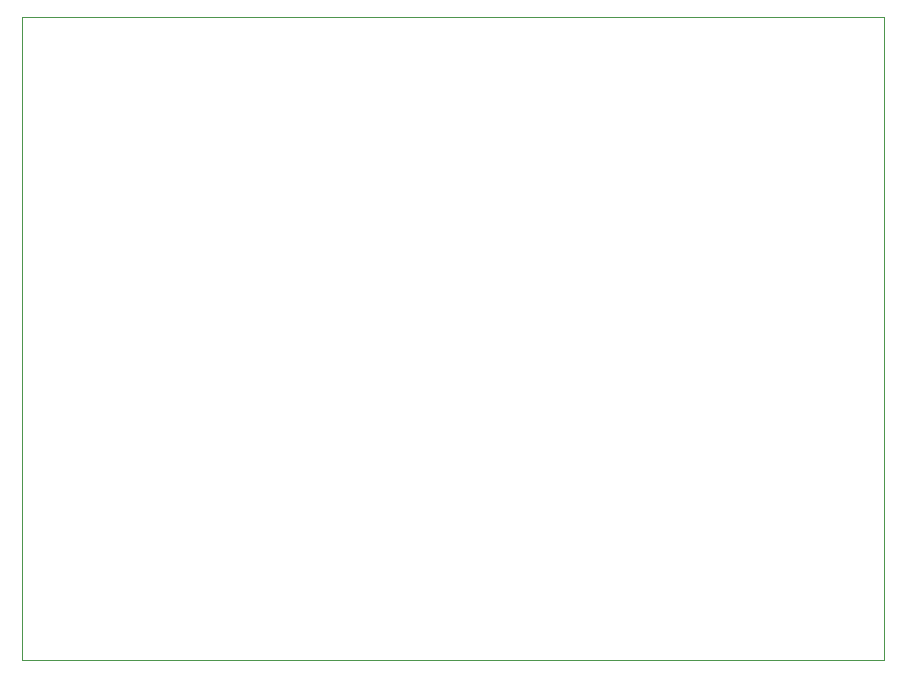
<source format=gbr>
%TF.GenerationSoftware,KiCad,Pcbnew,8.0.2*%
%TF.CreationDate,2024-09-22T00:14:53+02:00*%
%TF.ProjectId,solenoidDecoder,736f6c65-6e6f-4696-9444-65636f646572,rev?*%
%TF.SameCoordinates,Original*%
%TF.FileFunction,Profile,NP*%
%FSLAX46Y46*%
G04 Gerber Fmt 4.6, Leading zero omitted, Abs format (unit mm)*
G04 Created by KiCad (PCBNEW 8.0.2) date 2024-09-22 00:14:53*
%MOMM*%
%LPD*%
G01*
G04 APERTURE LIST*
%TA.AperFunction,Profile*%
%ADD10C,0.100000*%
%TD*%
G04 APERTURE END LIST*
D10*
X88500000Y-29500000D02*
X161500000Y-29500000D01*
X161500000Y-84000000D01*
X88500000Y-84000000D01*
X88500000Y-29500000D01*
M02*

</source>
